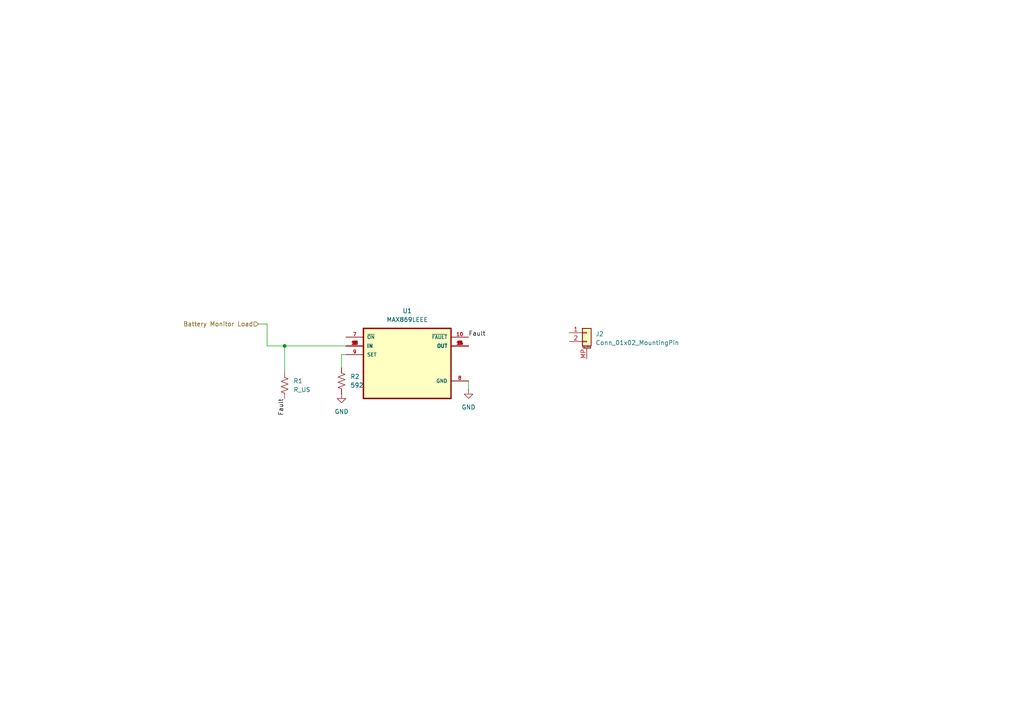
<source format=kicad_sch>
(kicad_sch (version 20250114) (generator "eeschema") (generator_version "9.0")
  (paper "A4")
  (title_block (title "EEE3088F Project PCB Design") (date "2025-03-24") (company "University of Cape Town") (comment 3 "         Emmanual Basua") (comment 4 "Authors: Nejdet Demirtas"))
  (lib_symbols
    (symbol "Connector_Generic_MountingPin:Conn_01x02_MountingPin" (pin_names (offset 1.016) (hide yes))
      (property "Reference" "J" (at 0 2.54 0))
      (property "Value" "Conn_01x02_MountingPin" (at 1.27 -5.08 0))
      (symbol "Conn_01x02_MountingPin_1_1"
        (rectangle (start -1.27 1.27) (end 1.27 -3.81) (stroke (width 0.254)) (fill (type background)))
        (rectangle (start -1.27 0.127) (end 0 -0.127) (stroke (width 0.1524)))
        (rectangle (start -1.27 -2.413) (end 0 -2.667) (stroke (width 0.1524)))
        (polyline (pts (xy -1.016 -4.572) (xy 1.016 -4.572)) (stroke (width 0.1524)))
        (text "Mounting" (at 0 -4.191 0) (effects (font (size 0.381 0.381))))
        (pin passive line (at -5.08 0 0) (length 3.81) (name "Pin_1") (number "1"))
        (pin passive line (at -5.08 -2.54 0) (length 3.81) (name "Pin_2") (number "2"))
        (pin passive line (at 0 -7.62 90) (length 3.048) (name "MountPin") (number "MP"))
      )
    )
    (symbol "Device:R_US" (pin_numbers (hide yes)) (pin_names (offset 0))
      (property "Reference" "R" (at 2.54 0 90))
      (property "Value" "R_US" (at -2.54 0 90))
      (symbol "R_US_0_1"
        (polyline (pts (xy 0 2.286) (xy 0 2.54)))
        (polyline (pts (xy 0 2.286) (xy 1.016 1.905) (xy 0 1.524) (xy -1.016 1.143) (xy 0 0.762)))
        (polyline (pts (xy 0 0.762) (xy 1.016 0.381) (xy 0 0) (xy -1.016 -0.381) (xy 0 -0.762)))
        (polyline (pts (xy 0 -0.762) (xy 1.016 -1.143) (xy 0 -1.524) (xy -1.016 -1.905) (xy 0 -2.286)))
        (polyline (pts (xy 0 -2.286) (xy 0 -2.54)))
      )
      (symbol "R_US_1_1"
        (pin passive line (at 0 3.81 270) (length 1.27) (name "~") (number "1"))
        (pin passive line (at 0 -3.81 90) (length 1.27) (name "~") (number "2"))
      )
    )
    (symbol "MAX869LEEE:MAX869LEEE" (pin_names (offset 1.016))
      (property "Reference" "U" (at -12.7 11.16 0))
      (property "Value" "MAX869LEEE" (at -12.7 -14.16 0))
      (symbol "MAX869LEEE_0_0"
        (rectangle (start -12.7 -10.16) (end 12.7 10.16) (stroke (width 0.41)) (fill (type background)))
        (pin input line (at -17.78 7.62 0) (length 5.08) (name "~{ON}") (number "7"))
        (pin input line (at -17.78 5.08 0) (length 5.08) (name "IN") (number "1"))
        (pin input line (at -17.78 5.08 0) (length 5.08) (name "IN") (number "12"))
        (pin input line (at -17.78 5.08 0) (length 5.08) (name "IN") (number "13"))
        (pin input line (at -17.78 5.08 0) (length 5.08) (name "IN") (number "16"))
        (pin input line (at -17.78 5.08 0) (length 5.08) (name "IN") (number "4"))
        (pin input line (at -17.78 5.08 0) (length 5.08) (name "IN") (number "5"))
        (pin input line (at -17.78 2.54 0) (length 5.08) (name "SET") (number "9"))
        (pin output line (at 17.78 7.62 180) (length 5.08) (name "~{FAULT}") (number "10"))
        (pin output line (at 17.78 5.08 180) (length 5.08) (name "OUT") (number "11"))
        (pin output line (at 17.78 5.08 180) (length 5.08) (name "OUT") (number "14"))
        (pin output line (at 17.78 5.08 180) (length 5.08) (name "OUT") (number "15"))
        (pin output line (at 17.78 5.08 180) (length 5.08) (name "OUT") (number "2"))
        (pin output line (at 17.78 5.08 180) (length 5.08) (name "OUT") (number "3"))
        (pin output line (at 17.78 5.08 180) (length 5.08) (name "OUT") (number "6"))
        (pin power_in line (at 17.78 -5.08 180) (length 5.08) (name "GND") (number "8"))
      )
    )
    (symbol "power:GND" (power) (pin_numbers (hide yes)) (pin_names (offset 0) (hide yes))
      (property "Value" "GND" (at 0 -3.81 0))
      (symbol "GND_0_1"
        (polyline (pts (xy 0 0) (xy 0 -1.27) (xy 1.27 -1.27) (xy 0 -2.54) (xy -1.27 -1.27) (xy 0 -1.27)))
      )
      (symbol "GND_1_1"
        (pin power_in line (at 0 0 270) (length 0) (name "~") (number "1"))
      )
    )
  )
  (junction (at 82.55 100.33))
  (wire (pts (xy 100.33 100.33) (xy 82.55 100.33)))
  (wire (pts (xy 74.93 93.98) (xy 77.47 93.98)))
  (wire (pts (xy 99.06 102.87) (xy 100.33 102.87)))
  (wire (pts (xy 135.89 110.49) (xy 135.89 113.03)))
  (wire (pts (xy 99.06 102.87) (xy 99.06 106.68)))
  (wire (pts (xy 77.47 100.33) (xy 82.55 100.33)))
  (wire (pts (xy 77.47 100.33) (xy 77.47 93.98)))
  (wire (pts (xy 82.55 100.33) (xy 82.55 107.95)))
  (label "Fault" (at 82.55 115.57 270))
  (label "Fault" (at 135.89 97.79 0))
  (hierarchical_label "Battery Monitor Load" (shape input) (at 74.93 93.98 180))
  (symbol (lib_id "Connector_Generic_MountingPin:Conn_01x02_MountingPin") (at 170.18 96.52 0) (unit 1)
    (property "Reference" "J2" (at 172.72 96.8755 0) (effects (justify left)))
    (property "Value" "Conn_01x02_MountingPin" (at 172.72 99.4155 0) (effects (justify left)))
    (property "Description" "Generic connectable mounting pin connector, single row, 01x02, script generated (kicad-library-utils/schlib/autogen/connector/)" (effects (hide yes)))
  )
  (symbol (lib_id "Device:R_US") (at 99.06 110.49 0) (unit 1)
    (property "Reference" "R2" (at 101.6 109.2199 0) (effects (justify left)))
    (property "Value" "592" (at 101.6 111.7599 0) (effects (justify left)))
    (property "Description" "Resistor, US symbol" (effects (hide yes)))
  )
  (symbol (lib_id "power:GND") (at 99.06 114.3 0) (unit 1)
    (property "Reference" "#PWR06" (effects (hide yes)))
    (property "Value" "GND" (at 99.06 119.38 0))
    (property "Description" "Power symbol creates a global label with name \"GND\" , ground" (effects (hide yes)))
  )
  (symbol (lib_id "power:GND") (at 135.89 113.03 0) (unit 1)
    (property "Reference" "#PWR07" (effects (hide yes)))
    (property "Value" "GND" (at 135.89 118.11 0))
    (property "Description" "Power symbol creates a global label with name \"GND\" , ground" (effects (hide yes)))
  )
  (symbol (lib_id "MAX869LEEE:MAX869LEEE") (at 118.11 105.41 0) (unit 1)
    (property "Reference" "U1" (at 118.11 90.17 0))
    (property "Value" "MAX869LEEE" (at 118.11 92.71 0))
    (property "Footprint" "MAX869LEEE:SOP63P602X175-16N" (effects (hide yes)))
    (property "MF" "Analog Devices" (effects (hide yes)))
    (property "Description_1" "2A, Current-Limited, High-Side P-Channel Switch with Thermal Shutdown" (effects (hide yes)))
    (property "Package" "QSOP-16 Maxim" (effects (hide yes)))
    (property "Price" "None" (effects (hide yes)))
    (property "SnapEDA_Link" "https://www.snapeda.com/parts/MAX869LEEE+T/Analog+Devices/view-part/?ref=snap" (effects (hide yes)))
    (property "MP" "MAX869LEEE+T" (effects (hide yes)))
    (property "Availability" "In Stock" (effects (hide yes)))
    (property "Check_prices" "https://www.snapeda.com/parts/MAX869LEEE+T/Analog+Devices/view-part/?ref=eda" (effects (hide yes)))
  )
  (symbol (lib_id "Device:R_US") (at 82.55 111.76 0) (unit 1)
    (property "Reference" "R1" (at 85.09 110.4899 0) (effects (justify left)))
    (property "Value" "R_US" (at 85.09 113.0299 0) (effects (justify left)))
    (property "Description" "Resistor, US symbol" (effects (hide yes)))
  )
)
</source>
